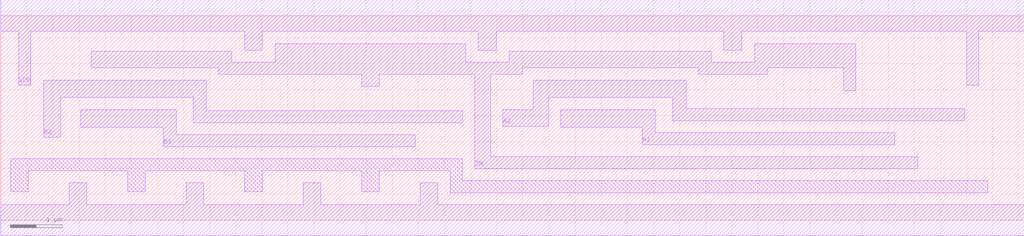
<source format=lef>
# Copyright 2022 GlobalFoundries PDK Authors
#
# Licensed under the Apache License, Version 2.0 (the "License");
# you may not use this file except in compliance with the License.
# You may obtain a copy of the License at
#
#      http://www.apache.org/licenses/LICENSE-2.0
#
# Unless required by applicable law or agreed to in writing, software
# distributed under the License is distributed on an "AS IS" BASIS,
# WITHOUT WARRANTIES OR CONDITIONS OF ANY KIND, either express or implied.
# See the License for the specific language governing permissions and
# limitations under the License.

MACRO gf180mcu_fd_sc_mcu7t5v0__oai22_4
  CLASS core ;
  FOREIGN gf180mcu_fd_sc_mcu7t5v0__oai22_4 0.0 0.0 ;
  ORIGIN 0 0 ;
  SYMMETRY X Y ;
  SITE GF018hv5v_mcu_sc7 ;
  SIZE 19.6 BY 3.92 ;
  PIN A1
    DIRECTION INPUT ;
    ANTENNAGATEAREA 4.158 ;
    PORT
      LAYER Metal1 ;
        POLYGON 10.73 1.785 12.29 1.785 12.29 1.45 17.12 1.45 17.12 1.68 12.54 1.68 12.54 2.12 10.73 2.12  ;
    END
  END A1
  PIN A2
    DIRECTION INPUT ;
    ANTENNAGATEAREA 4.158 ;
    PORT
      LAYER Metal1 ;
        POLYGON 9.61 1.8 10.5 1.8 10.5 2.36 12.875 2.36 12.875 1.91 18.46 1.91 18.46 2.14 13.125 2.14 13.125 2.68 10.2 2.68 10.2 2.12 9.61 2.12  ;
    END
  END A2
  PIN B1
    DIRECTION INPUT ;
    ANTENNAGATEAREA 4.158 ;
    PORT
      LAYER Metal1 ;
        POLYGON 1.53 1.785 3.11 1.785 3.11 1.405 7.94 1.405 7.94 1.635 3.36 1.635 3.36 2.12 1.53 2.12  ;
    END
  END B1
  PIN B2
    DIRECTION INPUT ;
    ANTENNAGATEAREA 4.158 ;
    PORT
      LAYER Metal1 ;
        POLYGON 0.825 1.585 1.145 1.585 1.145 2.36 3.69 2.36 3.69 1.865 8.85 1.865 8.85 2.095 3.94 2.095 3.94 2.68 0.825 2.68  ;
    END
  END B2
  PIN ZN
    DIRECTION OUTPUT ;
    ANTENNADIFFAREA 4.369 ;
    PORT
      LAYER Metal1 ;
        POLYGON 1.73 2.92 4.17 2.92 4.17 2.795 6.91 2.795 6.91 2.57 7.25 2.57 7.25 2.795 9.08 2.795 9.08 0.99 17.56 0.99 17.56 1.22 9.38 1.22 9.38 2.795 9.99 2.795 9.99 2.92 13.355 2.92 13.355 2.795 14.69 2.795 14.69 2.92 16.145 2.92 16.145 2.485 16.375 2.485 16.375 3.38 14.44 3.38 14.44 3.025 13.605 3.025 13.605 3.24 9.74 3.24 9.74 3.025 8.905 3.025 8.905 3.38 5.255 3.38 5.255 3.025 4.42 3.025 4.42 3.24 1.73 3.24  ;
    END
  END ZN
  PIN VDD
    DIRECTION INOUT ;
    USE power ;
    SHAPE ABUTMENT ;
    PORT
      LAYER Metal1 ;
        POLYGON 0 3.62 0.345 3.62 0.345 2.59 0.575 2.59 0.575 3.62 4.67 3.62 4.67 3.255 5.01 3.255 5.01 3.62 9.15 3.62 9.15 3.255 9.49 3.255 9.49 3.62 13.85 3.62 13.85 3.255 14.19 3.255 14.19 3.62 18.505 3.62 18.505 2.59 18.735 2.59 18.735 3.62 18.9 3.62 19.6 3.62 19.6 4.22 18.9 4.22 0 4.22  ;
    END
  END VDD
  PIN VSS
    DIRECTION INOUT ;
    USE ground ;
    SHAPE ABUTMENT ;
    PORT
      LAYER Metal1 ;
        POLYGON 0 -0.3 19.6 -0.3 19.6 0.3 8.37 0.3 8.37 0.715 8.03 0.715 8.03 0.3 6.13 0.3 6.13 0.715 5.79 0.715 5.79 0.3 3.89 0.3 3.89 0.715 3.55 0.715 3.55 0.3 1.65 0.3 1.65 0.715 1.31 0.715 1.31 0.3 0 0.3  ;
    END
  END VSS
  OBS
      LAYER Metal1 ;
        POLYGON 0.19 0.55 0.53 0.55 0.53 0.945 2.43 0.945 2.43 0.55 2.77 0.55 2.77 0.945 4.67 0.945 4.67 0.55 5.01 0.55 5.01 0.945 6.91 0.945 6.91 0.55 7.25 0.55 7.25 0.945 8.61 0.945 8.61 0.53 18.9 0.53 18.9 0.76 8.84 0.76 8.84 1.175 0.19 1.175  ;
  END
END gf180mcu_fd_sc_mcu7t5v0__oai22_4

</source>
